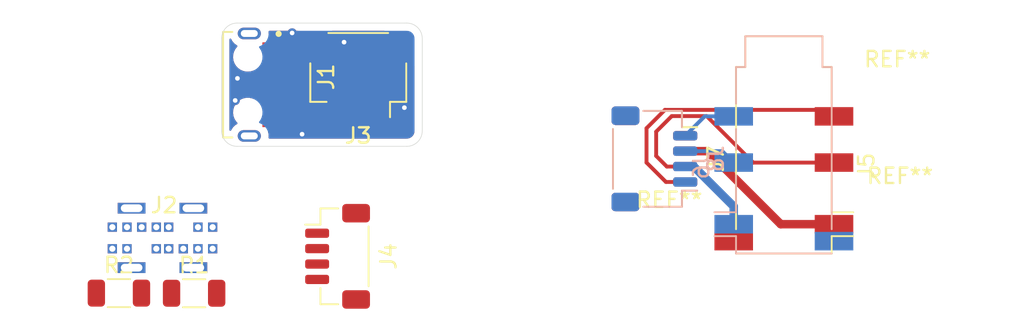
<source format=kicad_pcb>
(kicad_pcb (version 20211014) (generator pcbnew)
  (layers (0 "F.Cu" signal) (31 "B.Cu" signal) (34 "B.Paste" user) (35 "F.Paste" user) (36 "B.SilkS" user "B.Silkscreen") (37 "F.SilkS" user "F.Silkscreen") (38 "B.Mask" user) (39 "F.Mask" user) (44 "Edge.Cuts" user))
  (net 0 "")
  (net 1 "DP_MICRO")
  (net 2 "DM_MICRO")
  (net 3 "VBUS_MICRO")
  (net 5 "GND1")
  (net 6 "GND")
  (net 7 "VBUS_C")
  (net 8 "DM_C")
  (net 9 "DP_C")
  (net 10 "Net-(J2-PadA5)")
  (net 11 "Net-(J2-PadB5)")
  (net 12 "SDA")
  (net 13 "SCL")
  (net 14 "GND2")
  (net 15 "VBUS_TRRS")
  (net 16 "SDA_B")
  (net 17 "SCL_B")
  (net 18 "VBUS_TRRS_B")
  (footprint "Connector_JST:JST_SH_SM04B-SRSS-TB_1x04-1MP_P1.00mm_Horizontal" (layer "F.Cu") (at 134.045 54.814 -90)
    (fp_text reference "J7" (at 0 -3.98 90) (layer "F.SilkS"))
    (fp_text value "Conn_01x04")
    (fp_text user "${REFERENCE}" (at 0 -3.98 90) (layer "F.SilkS"))
    (fp_line (start -1.94 2.685) (end 1.94 2.685) (layer "F.SilkS") (width 0.12))
    (fp_line (start 3.11 0.715) (end 3.11 -1.785) (layer "F.SilkS") (width 0.12))
    (fp_line (start -3.11 0.715) (end -3.11 -1.785) (layer "F.SilkS") (width 0.12))
    (fp_line (start -2.06 -1.785) (end -2.06 -2.775) (layer "F.SilkS") (width 0.12))
    (fp_line (start -3.11 -1.785) (end -2.06 -1.785) (layer "F.SilkS") (width 0.12))
    (fp_line (start 3.11 0.715) (end 3.11 -1.785) (layer "F.SilkS") (width 0.12))
    (fp_line (start 3.11 -1.785) (end 2.06 -1.785) (layer "F.SilkS") (width 0.12))
    (fp_line (start -3.11 -1.785) (end -2.06 -1.785) (layer "F.SilkS") (width 0.12))
    (fp_line (start 3.11 -1.785) (end 2.06 -1.785) (layer "F.SilkS") (width 0.12))
    (fp_line (start -2.06 -1.785) (end -2.06 -2.775) (layer "F.SilkS") (width 0.12))
    (pad "1" smd roundrect (at -1.5 -2 270) (size 0.6 1.55) (layers "F.Cu" "F.Paste" "F.Mask") (net 14 "GND2"))
    (pad "1" smd roundrect (at -1.5 -2 270) (size 0.6 1.55) (layers "F.Cu" "F.Paste" "F.Mask") (net 14 "GND2"))
    (pad "2" smd roundrect (at -0.5 -2 270) (size 0.6 1.55) (layers "F.Cu" "F.Paste" "F.Mask") (net 15 "VBUS_TRRS"))
    (pad "2" smd roundrect (at -0.5 -2 270) (size 0.6 1.55) (layers "F.Cu" "F.Paste" "F.Mask") (net 15 "VBUS_TRRS"))
    (pad "3" smd roundrect (at 0.5 -2 270) (size 0.6 1.55) (layers "F.Cu" "F.Paste" "F.Mask") (net 13 "SCL"))
    (pad "3" smd roundrect (at 0.5 -2 270) (size 0.6 1.55) (layers "F.Cu" "F.Paste" "F.Mask") (net 13 "SCL"))
    (pad "4" smd roundrect (at 1.5 -2 270) (size 0.6 1.55) (layers "F.Cu" "F.Paste" "F.Mask") (net 12 "SDA"))
    (pad "4" smd roundrect (at 1.5 -2 270) (size 0.6 1.55) (layers "F.Cu" "F.Paste" "F.Mask") (net 12 "SDA"))
    (pad "MP" smd roundrect (at -2.8 1.875 270) (size 1.2 1.8) (layers "F.Cu" "F.Paste" "F.Mask") (roundrect_rratio 0.208333))
    (pad "MP" smd roundrect (at 2.8 1.875 270) (size 1.2 1.8) (layers "F.Cu" "F.Paste" "F.Mask") (roundrect_rratio 0.208333))
    (pad "MP" smd roundrect (at -2.8 1.875 270) (size 1.2 1.8) (layers "F.Cu" "F.Paste" "F.Mask") (roundrect_rratio 0.208333))
    (pad "MP" smd roundrect (at 2.8 1.875 270) (size 1.2 1.8) (layers "F.Cu" "F.Paste" "F.Mask") (roundrect_rratio 0.208333))
  )
  (footprint "MountingHole:MountingHole_2.1mm" (layer "F.Cu") (at 149.963 59.125)
    (fp_text reference "REF**" (at 0 -3.2) (layer "F.SilkS"))
    (fp_text value "MountingHole_2.1mm")
    (pad "" np_thru_hole circle (at 0 0) (size 2.1 2.1) (drill 2.1) (layers *.Cu *.Mask))
  )
  (footprint "MountingHole:MountingHole_2.1mm" (layer "F.Cu") (at 135.013 60.682)
    (fp_text reference "REF**" (at 0 -3.2) (layer "F.SilkS"))
    (fp_text value "MountingHole_2.1mm")
    (pad "" np_thru_hole circle (at 0 0) (size 2.1 2.1) (drill 2.1) (layers *.Cu *.Mask))
  )
  (footprint "Resistor_SMD:R_1206_3216Metric" (layer "F.Cu") (at 104.214 63.538)
    (fp_text reference "R1" (at 0 -1.82) (layer "F.SilkS"))
    (fp_text value "5.1K")
    (fp_line (start -0.727064 0.91) (end 0.727064 0.91) (layer "F.SilkS") (width 0.12))
    (fp_line (start -0.727064 -0.91) (end 0.727064 -0.91) (layer "F.SilkS") (width 0.12))
    (pad "1" smd roundrect (at -1.4625 0) (size 1.125 1.75) (layers "F.Cu" "F.Paste" "F.Mask") (roundrect_rratio 0.222222) (net 10 "Net-(J2-PadA5)"))
    (pad "2" smd roundrect (at 1.4625 0) (size 1.125 1.75) (layers "F.Cu" "F.Paste" "F.Mask") (roundrect_rratio 0.222222) (net 6 "GND"))
  )
  (footprint "MountingHole:MountingHole_2.1mm" (layer "F.Cu") (at 149.787 51.55)
    (fp_text reference "REF**" (at 0 -3.2) (layer "F.SilkS"))
    (fp_text value "MountingHole_2.1mm")
    (pad "" np_thru_hole circle (at 0 0) (size 2.1 2.1) (drill 2.1) (layers *.Cu *.Mask))
  )
  (footprint "Connector_Audio:Jack_3.5mm_PJ320D_Horizontal" (layer "F.Cu") (at 142.438 55.23 -90)
    (fp_text reference "J5" (at 0.05 -5.35 90) (layer "F.SilkS"))
    (fp_text value "AudioJack4")
    (fp_line (start -6.375 -3.1) (end -6.375 -2.5) (layer "F.SilkS") (width 0.12))
    (fp_line (start 5.725 3.1) (end 5.725 -3.1) (layer "F.SilkS") (width 0.12))
    (fp_line (start -6.375 -2.5) (end -8.375 -2.5) (layer "F.SilkS") (width 0.12))
    (fp_line (start 3.05 -3.1) (end 3.05 -4.5) (layer "F.SilkS") (width 0.12))
    (fp_line (start 4.6 -3.1) (end 4.6 -4.5) (layer "F.SilkS") (width 0.12))
    (fp_line (start -2.35 -3.1) (end -1 -3.1) (layer "F.SilkS") (width 0.12))
    (fp_line (start -6.375 -3.1) (end -4 -3.1) (layer "F.SilkS") (width 0.12))
    (fp_line (start -8.375 -2.5) (end -8.375 2.5) (layer "F.SilkS") (width 0.12))
    (fp_line (start 4.6 -3.1) (end 5.725 -3.1) (layer "F.SilkS") (width 0.12))
    (fp_line (start -6.375 2.5) (end -8.375 2.5) (layer "F.SilkS") (width 0.12))
    (fp_line (start 0.65 -3.1) (end 3.05 -3.1) (layer "F.SilkS") (width 0.12))
    (fp_line (start 4.15 3.1) (end -6.375 3.1) (layer "F.SilkS") (width 0.12))
    (fp_line (start -6.375 2.5) (end -6.375 3.1) (layer "F.SilkS") (width 0.12))
    (pad "" np_thru_hole circle (at -4.775 0 270) (size 1.5 1.5) (drill 1.5) (layers *.Cu *.Mask))
    (pad "" np_thru_hole circle (at 2.225 0 270) (size 1.5 1.5) (drill 1.5) (layers *.Cu *.Mask))
    (pad "R1" smd rect (at -0.175 -3.25 270) (size 1.2 2.5) (layers "F.Cu" "F.Paste" "F.Mask") (net 13 "SCL"))
    (pad "R2" smd rect (at -3.175 -3.25 270) (size 1.2 2.5) (layers "F.Cu" "F.Paste" "F.Mask") (net 12 "SDA"))
    (pad "S" smd rect (at 4.925 3.25 270) (size 1.2 2.5) (layers "F.Cu" "F.Paste" "F.Mask") (net 14 "GND2"))
    (pad "T" smd rect (at 3.825 -3.25 270) (size 1.2 2.5) (layers "F.Cu" "F.Paste" "F.Mask") (net 15 "VBUS_TRRS"))
  )
  (footprint "Resistor_SMD:R_1206_3216Metric" (layer "F.Cu") (at 99.34 63.53)
    (fp_text reference "R2" (at 0 -1.82) (layer "F.SilkS"))
    (fp_text value "5.1K")
    (fp_line (start -0.727064 0.91) (end 0.727064 0.91) (layer "F.SilkS") (width 0.12))
    (fp_line (start -0.727064 -0.91) (end 0.727064 -0.91) (layer "F.SilkS") (width 0.12))
    (pad "1" smd roundrect (at -1.4625 0) (size 1.125 1.75) (layers "F.Cu" "F.Paste" "F.Mask") (roundrect_rratio 0.222222) (net 11 "Net-(J2-PadB5)"))
    (pad "2" smd roundrect (at 1.4625 0) (size 1.125 1.75) (layers "F.Cu" "F.Paste" "F.Mask") (roundrect_rratio 0.222222) (net 6 "GND"))
  )
  (footprint "Connector_JST:JST_SH_SM04B-SRSS-TB_1x04-1MP_P1.00mm_Horizontal" (layer "F.Cu") (at 114.853 49.33 180)
    (fp_text reference "J3" (at 0 -3.98) (layer "F.SilkS"))
    (fp_text value "Conn_01x04")
    (fp_text user "${REFERENCE}" (at 0 -3.98) (layer "F.SilkS"))
    (fp_line (start -3.11 -1.785) (end -2.06 -1.785) (layer "F.SilkS") (width 0.12))
    (fp_line (start 3.11 0.715) (end 3.11 -1.785) (layer "F.SilkS") (width 0.12))
    (fp_line (start -2.06 -1.785) (end -2.06 -2.775) (layer "F.SilkS") (width 0.12))
    (fp_line (start -3.11 -1.785) (end -2.06 -1.785) (layer "F.SilkS") (width 0.12))
    (fp_line (start -3.11 0.715) (end -3.11 -1.785) (layer "F.SilkS") (width 0.12))
    (fp_line (start -1.94 2.685) (end 1.94 2.685) (layer "F.SilkS") (width 0.12))
    (fp_line (start 3.11 0.715) (end 3.11 -1.785) (layer "F.SilkS") (width 0.12))
    (fp_line (start 3.11 -1.785) (end 2.06 -1.785) (layer "F.SilkS") (width 0.12))
    (fp_line (start -2.06 -1.785) (end -2.06 -2.775) (layer "F.SilkS") (width 0.12))
    (fp_line (start 3.11 -1.785) (end 2.06 -1.785) (layer "F.SilkS") (width 0.12))
    (pad "1" smd roundrect (at -1.5 -2 180) (size 0.6 1.55) (layers "F.Cu" "F.Paste" "F.Mask") (net 5 "GND1"))
    (pad "1" smd roundrect (at -1.5 -2 180) (size 0.6 1.55) (layers "F.Cu" "F.Paste" "F.Mask") (net 5 "GND1"))
    (pad "2" smd roundrect (at -0.5 -2 180) (size 0.6 1.55) (layers "F.Cu" "F.Paste" "F.Mask") (net 3 "VBUS_MICRO"))
    (pad "2" smd roundrect (at -0.5 -2 180) (size 0.6 1.55) (layers "F.Cu" "F.Paste" "F.Mask") (net 3 "VBUS_MICRO"))
    (pad "3" smd roundrect (at 0.5 -2 180) (size 0.6 1.55) (layers "F.Cu" "F.Paste" "F.Mask") (net 2 "DM_MICRO"))
    (pad "3" smd roundrect (at 0.5 -2 180) (size 0.6 1.55) (layers "F.Cu" "F.Paste" "F.Mask") (net 2 "DM_MICRO"))
    (pad "4" smd roundrect (at 1.5 -2 180) (size 0.6 1.55) (layers "F.Cu" "F.Paste" "F.Mask") (net 1 "DP_MICRO"))
    (pad "4" smd roundrect (at 1.5 -2 180) (size 0.6 1.55) (layers "F.Cu" "F.Paste" "F.Mask") (net 1 "DP_MICRO"))
    (pad "MP" smd roundrect (at -2.8 1.875 180) (size 1.2 1.8) (layers "F.Cu" "F.Paste" "F.Mask") (roundrect_rratio 0.208333))
    (pad "MP" smd roundrect (at 2.8 1.875 180) (size 1.2 1.8) (layers "F.Cu" "F.Paste" "F.Mask") (roundrect_rratio 0.208333))
    (pad "MP" smd roundrect (at -2.8 1.875 180) (size 1.2 1.8) (layers "F.Cu" "F.Paste" "F.Mask") (roundrect_rratio 0.208333))
    (pad "MP" smd roundrect (at 2.8 1.875 180) (size 1.2 1.8) (layers "F.Cu" "F.Paste" "F.Mask") (roundrect_rratio 0.208333))
  )
  (footprint "ioparts:HRO_U-G-M5WS-W-01" (layer "F.Cu") (at 107.691 50 -90)
    (fp_text reference "J1" (at -0.508 -5.08 90) (layer "F.SilkS"))
    (fp_text value "USB_B_Micro")
    (fp_line (start -3.425 1.6) (end 3.425 1.6) (layer "F.SilkS") (width 0.127))
    (fp_line (start -3.425 1) (end -3.425 1.6) (layer "F.SilkS") (width 0.127))
    (fp_line (start 3.425 1.6) (end 3.425 1) (layer "F.SilkS") (width 0.127))
    (fp_circle (center -3.3 -2) (end -3.2 -2) (layer "F.SilkS") (width 0.2) (fill none))
    (pad "" np_thru_hole circle locked (at 1.8 0 270) (size 0.9 0.9) (drill 0.9) (layers *.Cu *.Mask))
    (pad "" np_thru_hole circle locked (at -1.8 0 270) (size 0.9 0.9) (drill 0.9) (layers *.Cu *.Mask))
    (pad "1" smd rect locked (at -2.4 -1.575 270) (size 0.7 1.25) (layers "F.Cu" "F.Paste" "F.Mask") (net 3 "VBUS_MICRO"))
    (pad "2" smd rect locked (at -1.2 -1.575 270) (size 0.7 1.25) (layers "F.Cu" "F.Paste" "F.Mask") (net 2 "DM_MICRO"))
    (pad "3" smd rect locked (at 0 -1.575 270) (size 0.7 1.25) (layers "F.Cu" "F.Paste" "F.Mask") (net 1 "DP_MICRO"))
    (pad "4" smd rect locked (at 1.2 -1.575 270) (size 0.7 1.25) (layers "F.Cu" "F.Paste" "F.Mask"))
    (pad "5" smd rect locked (at 2.4 -1.575 270) (size 0.7 1.25) (layers "F.Cu" "F.Paste" "F.Mask") (net 5 "GND1"))
    (pad "S1" thru_hole oval locked (at -3.325 -0.1 270) (size 0.75 1.5) (drill oval 0.45 1.1) (layers *.Cu *.Mask))
    (pad "S2" thru_hole oval locked (at 3.325 -0.1 270) (size 0.75 1.5) (drill oval 0.45 1.1) (layers *.Cu *.Mask))
  )
  (footprint "Connector_JST:JST_SH_BM04B-SRSS-TB_1x04-1MP_P1.00mm_Vertical" (layer "F.Cu") (at 113.512 61.141 -90)
    (fp_text reference "J4" (at 0 -3.3 90) (layer "F.SilkS"))
    (fp_text value "Conn_01x04")
    (fp_line (start -3.11 -0.04) (end -3.11 1.11) (layer "F.SilkS") (width 0.12))
    (fp_line (start 3.11 -0.04) (end 3.11 1.11) (layer "F.SilkS") (width 0.12))
    (fp_line (start -3.11 1.11) (end -2.06 1.11) (layer "F.SilkS") (width 0.12))
    (fp_line (start -2.06 1.11) (end -2.06 2.1) (layer "F.SilkS") (width 0.12))
    (fp_line (start 3.11 1.11) (end 2.06 1.11) (layer "F.SilkS") (width 0.12))
    (fp_line (start -1.94 -2.01) (end 1.94 -2.01) (layer "F.SilkS") (width 0.12))
    (pad "1" smd roundrect (at -1.5 1.325 270) (size 0.6 1.55) (layers "F.Cu" "F.Paste" "F.Mask") (net 6 "GND"))
    (pad "2" smd roundrect (at -0.5 1.325 270) (size 0.6 1.55) (layers "F.Cu" "F.Paste" "F.Mask") (net 7 "VBUS_C"))
    (pad "3" smd roundrect (at 0.5 1.325 270) (size 0.6 1.55) (layers "F.Cu" "F.Paste" "F.Mask") (net 8 "DM_C"))
    (pad "4" smd roundrect (at 1.5 1.325 270) (size 0.6 1.55) (layers "F.Cu" "F.Paste" "F.Mask") (net 9 "DP_C"))
    (pad "MP" smd roundrect (at 2.8 -1.2 270) (size 1.2 1.8) (layers "F.Cu" "F.Paste" "F.Mask") (roundrect_rratio 0.208333))
    (pad "MP" smd roundrect (at -2.8 -1.2 270) (size 1.2 1.8) (layers "F.Cu" "F.Paste" "F.Mask") (roundrect_rratio 0.208333))
  )
  (footprint "ioparts:KH-TYPE-C-L10-14P" (layer "F.Cu") (at 102.164 59.947)
    (fp_text reference "J2" (at 0.106 -2.124 unlocked) (layer "F.SilkS"))
    (fp_text value "USB_C_Receptacle_USB2.0")
    (pad "1" thru_hole rect (at -3.25 -0.7) (size 0.6 0.6) (drill 0.4) (layers *.Cu *.Mask))
    (pad "1" thru_hole rect (at 3.25 -0.7) (size 0.6 0.6) (drill 0.4) (layers *.Cu *.Mask))
    (pad "1" thru_hole rect (at -2 -1.93) (size 1.8 0.7) (drill oval 1.4 0.5) (layers *.Cu *.Mask))
    (pad "1" thru_hole rect (at -3.25 0.7) (size 0.6 0.6) (drill 0.4) (layers *.Cu *.Mask))
    (pad "2" thru_hole rect (at -2.3 0.7) (size 0.6 0.6) (drill 0.4) (layers *.Cu *.Mask))
    (pad "2" thru_hole rect (at 2 -1.93) (size 1.8 0.7) (drill oval 1.4 0.5) (layers *.Cu *.Mask))
    (pad "2" thru_hole rect (at 2.3 -0.7) (size 0.6 0.6) (drill 0.4) (layers *.Cu *.Mask))
    (pad "2" thru_hole rect (at -2.3 -0.7) (size 0.6 0.6) (drill 0.4) (layers *.Cu *.Mask))
    (pad "3" thru_hole rect (at -2 1.93) (size 1.8 0.7) (drill oval 1.4 0.5) (layers *.Cu *.Mask))
    (pad "3" thru_hole rect (at -1.35 -0.7) (size 0.6 0.6) (drill 0.4) (layers *.Cu *.Mask))
    (pad "4" thru_hole rect (at 2 1.93) (size 1.8 0.7) (drill oval 1.4 0.5) (layers *.Cu *.Mask))
    (pad "4" thru_hole rect (at -0.4 0.7) (size 0.6 0.6) (drill 0.4) (layers *.Cu *.Mask))
    (pad "4" thru_hole rect (at -0.4 -0.7) (size 0.6 0.6) (drill 0.4) (layers *.Cu *.Mask))
    (pad "4" thru_hole rect (at 0.4 -0.7) (size 0.6 0.6) (drill 0.4) (layers *.Cu *.Mask))
    (pad "5" thru_hole rect (at 3.25 0.7) (size 0.6 0.6) (drill 0.4) (layers *.Cu *.Mask))
    (pad "6" thru_hole rect (at 2.3 0.7) (size 0.6 0.6) (drill 0.4) (layers *.Cu *.Mask))
    (pad "7" thru_hole rect (at 1.35 0.7) (size 0.6 0.6) (drill 0.4) (layers *.Cu *.Mask))
    (pad "8" thru_hole rect (at 0.4 0.7) (size 0.6 0.6) (drill 0.4) (layers *.Cu *.Mask))
  )
  (footprint "Connector_Audio:Jack_3.5mm_PJ320D_Horizontal" (layer "B.Cu") (at 142.438 55.23 -90)
    (fp_text reference "J6" (at 0.05 5.35 90) (layer "B.SilkS") (effects (justify mirror)))
    (fp_text value "AudioJack4")
    (fp_line (start 4.6 3.1) (end 4.6 4.5) (layer "B.SilkS") (width 0.12))
    (fp_line (start -6.375 -2.5) (end -8.375 -2.5) (layer "B.SilkS") (width 0.12))
    (fp_line (start 5.725 -3.1) (end 5.725 3.1) (layer "B.SilkS") (width 0.12))
    (fp_line (start -8.375 2.5) (end -8.375 -2.5) (layer "B.SilkS") (width 0.12))
    (fp_line (start -6.375 2.5) (end -8.375 2.5) (layer "B.SilkS") (width 0.12))
    (fp_line (start -6.375 3.1) (end -6.375 2.5) (layer "B.SilkS") (width 0.12))
    (fp_line (start 4.15 -3.1) (end -6.375 -3.1) (layer "B.SilkS") (width 0.12))
    (fp_line (start 4.6 3.1) (end 5.725 3.1) (layer "B.SilkS") (width 0.12))
    (fp_line (start -6.375 3.1) (end -4 3.1) (layer "B.SilkS") (width 0.12))
    (fp_line (start 3.05 3.1) (end 3.05 4.5) (layer "B.SilkS") (width 0.12))
    (fp_line (start 0.65 3.1) (end 3.05 3.1) (layer "B.SilkS") (width 0.12))
    (fp_line (start -6.375 -2.5) (end -6.375 -3.1) (layer "B.SilkS") (width 0.12))
    (fp_line (start -2.35 3.1) (end -1 3.1) (layer "B.SilkS") (width 0.12))
    (pad "" np_thru_hole circle (at -4.775 0 270) (size 1.5 1.5) (drill 1.5) (layers *.Cu *.Mask))
    (pad "" np_thru_hole circle (at 2.225 0 270) (size 1.5 1.5) (drill 1.5) (layers *.Cu *.Mask))
    (pad "R1" smd rect (at -0.175 3.25 270) (size 1.2 2.5) (layers "B.Cu" "B.Paste" "B.Mask") (net 17 "SCL_B"))
    (pad "R2" smd rect (at -3.175 3.25 270) (size 1.2 2.5) (layers "B.Cu" "B.Paste" "B.Mask") (net 16 "SDA_B"))
    (pad "S" smd rect (at 4.925 -3.25 270) (size 1.2 2.5) (layers "B.Cu" "B.Paste" "B.Mask") (net 14 "GND2"))
    (pad "T" smd rect (at 3.825 3.25 270) (size 1.2 2.5) (layers "B.Cu" "B.Paste" "B.Mask") (net 18 "VBUS_TRRS_B"))
  )
  (footprint "Connector_JST:JST_SH_SM04B-SRSS-TB_1x04-1MP_P1.00mm_Horizontal" (layer "B.Cu") (at 134.045 54.814 90)
    (fp_text reference "J8" (at 0 3.98 90) (layer "B.SilkS") (effects (justify mirror)))
    (fp_text value "Conn_01x04")
    (fp_text user "${REFERENCE}" (at 0 3.98 90) (layer "B.SilkS") (effects (justify mirror)))
    (fp_line (start 3.11 -0.715) (end 3.11 1.785) (layer "B.SilkS") (width 0.12))
    (fp_line (start -2.06 1.785) (end -2.06 2.775) (layer "B.SilkS") (width 0.12))
    (fp_line (start -3.11 -0.715) (end -3.11 1.785) (layer "B.SilkS") (width 0.12))
    (fp_line (start -3.11 1.785) (end -2.06 1.785) (layer "B.SilkS") (width 0.12))
    (fp_line (start 3.11 -0.715) (end 3.11 1.785) (layer "B.SilkS") (width 0.12))
    (fp_line (start 3.11 1.785) (end 2.06 1.785) (layer "B.SilkS") (width 0.12))
    (fp_line (start 3.11 1.785) (end 2.06 1.785) (layer "B.SilkS") (width 0.12))
    (fp_line (start -3.11 1.785) (end -2.06 1.785) (layer "B.SilkS") (width 0.12))
    (fp_line (start -2.06 1.785) (end -2.06 2.775) (layer "B.SilkS") (width 0.12))
    (fp_line (start -1.94 -2.685) (end 1.94 -2.685) (layer "B.SilkS") (width 0.12))
    (pad "1" smd roundrect (at -1.5 2 90) (size 0.6 1.55) (layers "B.Cu" "B.Paste" "B.Mask") (net 14 "GND2"))
    (pad "1" smd roundrect (at -1.5 2 90) (size 0.6 1.55) (layers "B.Cu" "B.Paste" "B.Mask") (net 14 "GND2"))
    (pad "2" smd roundrect (at -0.5 2 90) (size 0.6 1.55) (layers "B.Cu" "B.Paste" "B.Mask") (net 18 "VBUS_TRRS_B"))
    (pad "2" smd roundrect (at -0.5 2 90) (size 0.6 1.55) (layers "B.Cu" "B.Paste" "B.Mask") (net 18 "VBUS_TRRS_B"))
    (pad "3" smd roundrect (at 0.5 2 90) (size 0.6 1.55) (layers "B.Cu" "B.Paste" "B.Mask") (net 17 "SCL_B"))
    (pad "3" smd roundrect (at 0.5 2 90) (size 0.6 1.55) (layers "B.Cu" "B.Paste" "B.Mask") (net 17 "SCL_B"))
    (pad "4" smd roundrect (at 1.5 2 90) (size 0.6 1.55) (layers "B.Cu" "B.Paste" "B.Mask") (net 16 "SDA_B"))
    (pad "4" smd roundrect (at 1.5 2 90) (size 0.6 1.55) (layers "B.Cu" "B.Paste" "B.Mask") (net 16 "SDA_B"))
    (pad "MP" smd roundrect (at 2.8 -1.875 90) (size 1.2 1.8) (layers "B.Cu" "B.Paste" "B.Mask") (roundrect_rratio 0.208333))
    (pad "MP" smd roundrect (at -2.8 -1.875 90) (size 1.2 1.8) (layers "B.Cu" "B.Paste" "B.Mask") (roundrect_rratio 0.208333))
    (pad "MP" smd roundrect (at 2.8 -1.875 90) (size 1.2 1.8) (layers "B.Cu" "B.Paste" "B.Mask") (roundrect_rratio 0.208333))
    (pad "MP" smd roundrect (at -2.8 -1.875 90) (size 1.2 1.8) (layers "B.Cu" "B.Paste" "B.Mask") (roundrect_rratio 0.208333))
  )
  (gr_arc (start 107 54) (mid 106.292893 53.707107) (end 106 53) (layer "Edge.Cuts") (width 0.0381))
  (gr_arc (start 106 47) (mid 106.292893 46.292893) (end 107 46) (layer "Edge.Cuts") (width 0.0381))
  (gr_arc (start 118 46) (mid 118.707107 46.292893) (end 119 47) (layer "Edge.Cuts") (width 0.0381))
  (gr_arc (start 119 53) (mid 118.707107 53.707107) (end 118 54) (layer "Edge.Cuts") (width 0.0381))
  (gr_line (start 107 54) (end 118 54) (layer "Edge.Cuts") (width 0.0381))
  (gr_line (start 106 53) (end 106 47) (layer "Edge.Cuts") (width 0.0381))
  (gr_line (start 107 46) (end 118 46) (layer "Edge.Cuts") (width 0.0381))
  (gr_line (start 119 53) (end 119 47) (layer "Edge.Cuts") (width 0.0381))
  (segment (start 110.09875 50) (end 111.42875 51.33) (width 0.25) (layer "F.Cu") (net 1))
  (segment (start 111.42875 51.33) (end 113.353 51.33) (width 0.25) (layer "F.Cu") (net 1))
  (segment (start 109.266 50) (end 110.09875 50) (width 0.25) (layer "F.Cu") (net 1))
  (segment (start 109.541 48.8) (end 110.67 49.929) (width 0.25) (layer "F.Cu") (net 2))
  (segment (start 113.495 49.929) (end 114.353 50.787) (width 0.25) (layer "F.Cu") (net 2))
  (segment (start 110.67 49.929) (end 113.495 49.929) (width 0.25) (layer "F.Cu") (net 2))
  (segment (start 109.266 47.6) (end 109.79475 47.6) (width 0.55) (layer "F.Cu") (net 3))
  (segment (start 111.35375 49.159) (end 114.15175 49.159) (width 0.55) (layer "F.Cu") (net 3))
  (segment (start 109.79475 47.6) (end 111.35375 49.159) (width 0.55) (layer "F.Cu") (net 3))
  (segment (start 115.353 50.36025) (end 115.353 51.33) (width 0.55) (layer "F.Cu") (net 3))
  (segment (start 114.15175 49.159) (end 115.353 50.36025) (width 0.55) (layer "F.Cu") (net 3))
  (segment (start 116.353 51.33) (end 117.682 51.33) (width 0.25) (layer "F.Cu") (net 5))
  (segment (start 117.682 51.33) (end 117.842 51.49) (width 0.25) (layer "F.Cu") (net 5))
  (via (at 117.842 51.49) (size 0.6) (drill 0.3) (layers "F.Cu" "B.Cu") (net 5))
  (via (at 110.566 46.64) (size 0.6) (drill 0.3) (layers "F.Cu" "B.Cu") (net 5))
  (via (at 106.876 51.022) (size 0.6) (drill 0.3) (layers "F.Cu" "B.Cu") (net 5))
  (via (at 107.022 49.589) (size 0.6) (drill 0.3) (layers "F.Cu" "B.Cu") (net 5))
  (via (at 113.933 47.239) (size 0.6) (drill 0.3) (layers "F.Cu" "B.Cu") (net 5))
  (via (at 111.212 53.213) (size 0.6) (drill 0.3) (layers "F.Cu" "B.Cu") (net 5))
  (segment (start 134.79596 56.314) (end 133.536 55.05404) (width 0.25) (layer "F.Cu") (net 12))
  (segment (start 136.045 56.314) (end 134.79596 56.314) (width 0.25) (layer "F.Cu") (net 12))
  (segment (start 134.728 51.634) (end 145.267 51.634) (width 0.25) (layer "F.Cu") (net 12))
  (segment (start 133.536 55.05404) (end 133.536 52.826) (width 0.25) (layer "F.Cu") (net 12))
  (segment (start 145.267 51.634) (end 145.688 52.055) (width 0.25) (layer "F.Cu") (net 12))
  (segment (start 133.536 52.826) (end 134.728 51.634) (width 0.25) (layer "F.Cu") (net 12))
  (segment (start 137.434 52.038) (end 140.451 55.055) (width 0.25) (layer "F.Cu") (net 13))
  (segment (start 134.162 54.624) (end 134.162 53.048) (width 0.25) (layer "F.Cu") (net 13))
  (segment (start 140.451 55.055) (end 145.688 55.055) (width 0.25) (layer "F.Cu") (net 13))
  (segment (start 135.172 52.038) (end 137.434 52.038) (width 0.25) (layer "F.Cu") (net 13))
  (segment (start 134.162 53.048) (end 135.172 52.038) (width 0.25) (layer "F.Cu") (net 13))
  (segment (start 136.045 55.314) (end 134.852 55.314) (width 0.25) (layer "F.Cu") (net 13))
  (segment (start 134.852 55.314) (end 134.162 54.624) (width 0.25) (layer "F.Cu") (net 13))
  (segment (start 136.045 53.314) (end 136.387835 53.314) (width 0.25) (layer "F.Cu") (net 14))
  (segment (start 142.235554 59.055) (end 145.688 59.055) (width 0.55) (layer "F.Cu") (net 15))
  (segment (start 136.045 54.314) (end 137.494554 54.314) (width 0.55) (layer "F.Cu") (net 15))
  (segment (start 137.494554 54.314) (end 142.235554 59.055) (width 0.55) (layer "F.Cu") (net 15))
  (segment (start 136.045 53.314) (end 137.304 52.055) (width 0.25) (layer "B.Cu") (net 16))
  (segment (start 137.304 52.055) (end 139.188 52.055) (width 0.25) (layer "B.Cu") (net 16))
  (segment (start 136.045 54.314) (end 138.447 54.314) (width 0.25) (layer "B.Cu") (net 17))
  (segment (start 138.447 54.314) (end 139.188 55.055) (width 0.25) (layer "B.Cu") (net 17))
  (segment (start 136.599967 55.314) (end 139.188 57.902033) (width 0.55) (layer "B.Cu") (net 18))
  (segment (start 139.188 57.902033) (end 139.188 59.055) (width 0.55) (layer "B.Cu") (net 18))
  (segment (start 136.045 55.314) (end 136.599967 55.314) (width 0.55) (layer "B.Cu") (net 18))
  (zone (net 5) (net_name "GND1") (layers F&B.Cu) (connect_pads (clearance 0.5)) (min_thickness 0.127) (fill yes (thermal_gap 0.508) (thermal_bridge_width 0.508))
    (polygon (pts (xy 119.254 55.377) (xy 105.183 55.157) (xy 105.65 45.566) (xy 120.299 45.153)))
  )
)
</source>
